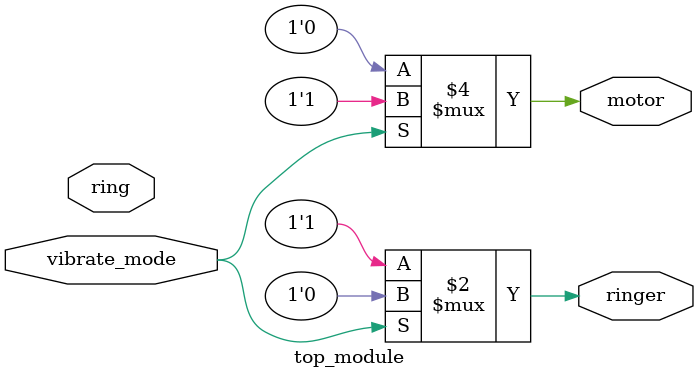
<source format=sv>
module top_module(
    input ring, 
    input vibrate_mode,
    output ringer,
    output motor
);

// Turn on the ringer if not in vibrate mode
assign ringer = (vibrate_mode == 1'b1) ? 1'b0 : 1'b1;

// Turn on the motor if in vibrate mode
assign motor = (vibrate_mode == 1'b1) ? 1'b1 : 1'b0;

endmodule

</source>
